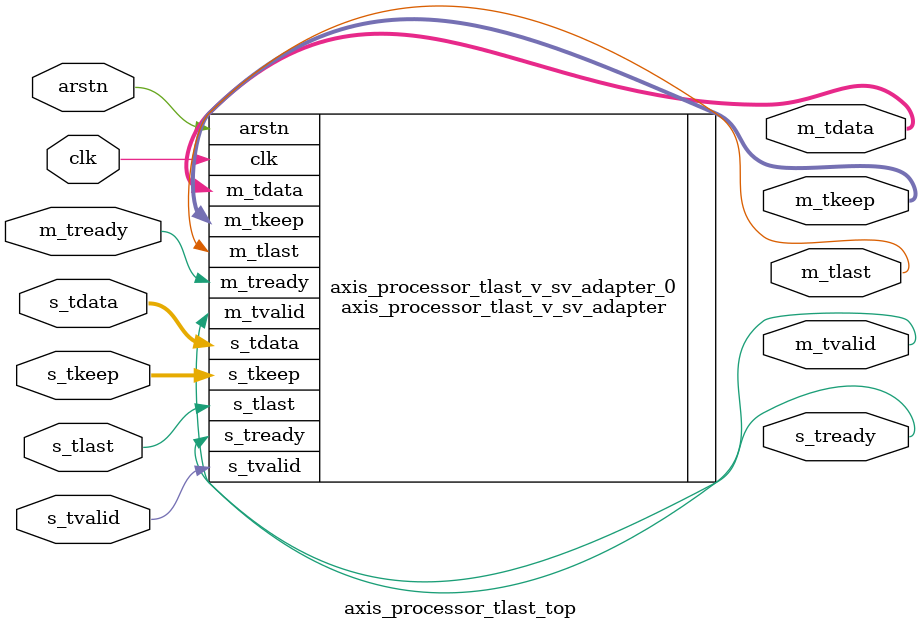
<source format=v>
module axis_processor_tlast_top #(
    parameter integer INP_TDATA_WIDTH_BYTES = 4,
    parameter integer OUT_TDATA_WIDTH_BYTES = 4
) (

    // Global signals
    input clk,
    input arstn,

    // AXIS master signals
    output m_tvalid,
    input m_tready,
    output [(OUT_TDATA_WIDTH_BYTES * 8 - 1):0] m_tdata,
    output [OUT_TDATA_WIDTH_BYTES-1:0] m_tkeep,
    output m_tlast,
    
    // AXIS slave signals
    input s_tvalid,
    output s_tready,
    input [(INP_TDATA_WIDTH_BYTES * 8 - 1):0] s_tdata,
    input [INP_TDATA_WIDTH_BYTES-1:0] s_tkeep,
    input s_tlast
);

    axis_processor_tlast_v_sv_adapter axis_processor_tlast_v_sv_adapter_0 (
        .clk(clk),
        .arstn(arstn),
        .m_tvalid(m_tvalid),
        .m_tready(m_tready),
        .m_tdata(m_tdata),
        // .m_tstrb(),
        .m_tkeep(m_tkeep),
        .m_tlast(m_tlast),
        // .m_tid(),
        // .m_tdest(),
        // .m_tuser(),
        .s_tvalid(s_tvalid),
        .s_tready(s_tready),
        .s_tdata(s_tdata),
        // .s_tstrb(0),
        .s_tkeep(s_tkeep),
        .s_tlast(s_tlast)
        // .s_tid(0),
        // .s_tdest(0),
        // .s_tuser(0)
    );
endmodule

</source>
